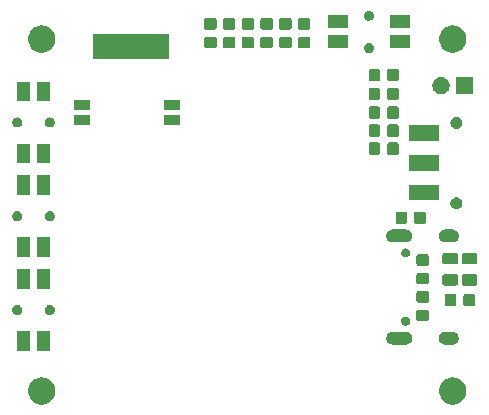
<source format=gbr>
G04 #@! TF.GenerationSoftware,KiCad,Pcbnew,(5.1.5)-2*
G04 #@! TF.CreationDate,2020-06-18T10:42:50+08:00*
G04 #@! TF.ProjectId,EVMeter_V2.0,45564d65-7465-4725-9f56-322e302e6b69,rev?*
G04 #@! TF.SameCoordinates,Original*
G04 #@! TF.FileFunction,Soldermask,Top*
G04 #@! TF.FilePolarity,Negative*
%FSLAX46Y46*%
G04 Gerber Fmt 4.6, Leading zero omitted, Abs format (unit mm)*
G04 Created by KiCad (PCBNEW (5.1.5)-2) date 2020-06-18 10:42:50*
%MOMM*%
%LPD*%
G04 APERTURE LIST*
%ADD10C,0.100000*%
G04 APERTURE END LIST*
D10*
G36*
X123253500Y-64198500D02*
G01*
X116903500Y-64198500D01*
X116903500Y-62166500D01*
X123253500Y-62166500D01*
X123253500Y-64198500D01*
G37*
X123253500Y-64198500D02*
X116903500Y-64198500D01*
X116903500Y-62166500D01*
X123253500Y-62166500D01*
X123253500Y-64198500D01*
G36*
X147624549Y-91271116D02*
G01*
X147735734Y-91293232D01*
X147945203Y-91379997D01*
X148133720Y-91505960D01*
X148294040Y-91666280D01*
X148420003Y-91854797D01*
X148506768Y-92064266D01*
X148551000Y-92286636D01*
X148551000Y-92513364D01*
X148506768Y-92735734D01*
X148420003Y-92945203D01*
X148294040Y-93133720D01*
X148133720Y-93294040D01*
X147945203Y-93420003D01*
X147735734Y-93506768D01*
X147624549Y-93528884D01*
X147513365Y-93551000D01*
X147286635Y-93551000D01*
X147175451Y-93528884D01*
X147064266Y-93506768D01*
X146854797Y-93420003D01*
X146666280Y-93294040D01*
X146505960Y-93133720D01*
X146379997Y-92945203D01*
X146293232Y-92735734D01*
X146249000Y-92513364D01*
X146249000Y-92286636D01*
X146293232Y-92064266D01*
X146379997Y-91854797D01*
X146505960Y-91666280D01*
X146666280Y-91505960D01*
X146854797Y-91379997D01*
X147064266Y-91293232D01*
X147175451Y-91271116D01*
X147286635Y-91249000D01*
X147513365Y-91249000D01*
X147624549Y-91271116D01*
G37*
G36*
X112824549Y-91271116D02*
G01*
X112935734Y-91293232D01*
X113145203Y-91379997D01*
X113333720Y-91505960D01*
X113494040Y-91666280D01*
X113620003Y-91854797D01*
X113706768Y-92064266D01*
X113751000Y-92286636D01*
X113751000Y-92513364D01*
X113706768Y-92735734D01*
X113620003Y-92945203D01*
X113494040Y-93133720D01*
X113333720Y-93294040D01*
X113145203Y-93420003D01*
X112935734Y-93506768D01*
X112824549Y-93528884D01*
X112713365Y-93551000D01*
X112486635Y-93551000D01*
X112375451Y-93528884D01*
X112264266Y-93506768D01*
X112054797Y-93420003D01*
X111866280Y-93294040D01*
X111705960Y-93133720D01*
X111579997Y-92945203D01*
X111493232Y-92735734D01*
X111449000Y-92513364D01*
X111449000Y-92286636D01*
X111493232Y-92064266D01*
X111579997Y-91854797D01*
X111705960Y-91666280D01*
X111866280Y-91505960D01*
X112054797Y-91379997D01*
X112264266Y-91293232D01*
X112375451Y-91271116D01*
X112486635Y-91249000D01*
X112713365Y-91249000D01*
X112824549Y-91271116D01*
G37*
G36*
X113301000Y-88989500D02*
G01*
X112199000Y-88989500D01*
X112199000Y-87337500D01*
X113301000Y-87337500D01*
X113301000Y-88989500D01*
G37*
G36*
X111601000Y-88989500D02*
G01*
X110499000Y-88989500D01*
X110499000Y-87337500D01*
X111601000Y-87337500D01*
X111601000Y-88989500D01*
G37*
G36*
X143528015Y-87376973D02*
G01*
X143631879Y-87408479D01*
X143659055Y-87423005D01*
X143727600Y-87459643D01*
X143811501Y-87528499D01*
X143880357Y-87612400D01*
X143916995Y-87680945D01*
X143931521Y-87708121D01*
X143963027Y-87811985D01*
X143973666Y-87920000D01*
X143963027Y-88028015D01*
X143931521Y-88131879D01*
X143931519Y-88131882D01*
X143880357Y-88227600D01*
X143811501Y-88311501D01*
X143727600Y-88380357D01*
X143659055Y-88416995D01*
X143631879Y-88431521D01*
X143528015Y-88463027D01*
X143447067Y-88471000D01*
X142292933Y-88471000D01*
X142211985Y-88463027D01*
X142108121Y-88431521D01*
X142080945Y-88416995D01*
X142012400Y-88380357D01*
X141928499Y-88311501D01*
X141859643Y-88227600D01*
X141808481Y-88131882D01*
X141808479Y-88131879D01*
X141776973Y-88028015D01*
X141766334Y-87920000D01*
X141776973Y-87811985D01*
X141808479Y-87708121D01*
X141823005Y-87680945D01*
X141859643Y-87612400D01*
X141928499Y-87528499D01*
X142012400Y-87459643D01*
X142080945Y-87423005D01*
X142108121Y-87408479D01*
X142211985Y-87376973D01*
X142292933Y-87369000D01*
X143447067Y-87369000D01*
X143528015Y-87376973D01*
G37*
G36*
X147458015Y-87376973D02*
G01*
X147561879Y-87408479D01*
X147589055Y-87423005D01*
X147657600Y-87459643D01*
X147741501Y-87528499D01*
X147810357Y-87612400D01*
X147846995Y-87680945D01*
X147861521Y-87708121D01*
X147893027Y-87811985D01*
X147903666Y-87920000D01*
X147893027Y-88028015D01*
X147861521Y-88131879D01*
X147861519Y-88131882D01*
X147810357Y-88227600D01*
X147741501Y-88311501D01*
X147657600Y-88380357D01*
X147589055Y-88416995D01*
X147561879Y-88431521D01*
X147458015Y-88463027D01*
X147377067Y-88471000D01*
X146722933Y-88471000D01*
X146641985Y-88463027D01*
X146538121Y-88431521D01*
X146510945Y-88416995D01*
X146442400Y-88380357D01*
X146358499Y-88311501D01*
X146289643Y-88227600D01*
X146238481Y-88131882D01*
X146238479Y-88131879D01*
X146206973Y-88028015D01*
X146196334Y-87920000D01*
X146206973Y-87811985D01*
X146238479Y-87708121D01*
X146253005Y-87680945D01*
X146289643Y-87612400D01*
X146358499Y-87528499D01*
X146442400Y-87459643D01*
X146510945Y-87423005D01*
X146538121Y-87408479D01*
X146641985Y-87376973D01*
X146722933Y-87369000D01*
X147377067Y-87369000D01*
X147458015Y-87376973D01*
G37*
G36*
X143509672Y-86128449D02*
G01*
X143509674Y-86128450D01*
X143509675Y-86128450D01*
X143578103Y-86156793D01*
X143639686Y-86197942D01*
X143692058Y-86250314D01*
X143733207Y-86311897D01*
X143747577Y-86346591D01*
X143761551Y-86380328D01*
X143767829Y-86411890D01*
X143776000Y-86452967D01*
X143776000Y-86527033D01*
X143761550Y-86599675D01*
X143733207Y-86668103D01*
X143692058Y-86729686D01*
X143639686Y-86782058D01*
X143578103Y-86823207D01*
X143509675Y-86851550D01*
X143509674Y-86851550D01*
X143509672Y-86851551D01*
X143437034Y-86866000D01*
X143362966Y-86866000D01*
X143290328Y-86851551D01*
X143290326Y-86851550D01*
X143290325Y-86851550D01*
X143221897Y-86823207D01*
X143160314Y-86782058D01*
X143107942Y-86729686D01*
X143066793Y-86668103D01*
X143038450Y-86599675D01*
X143024000Y-86527033D01*
X143024000Y-86452967D01*
X143032171Y-86411890D01*
X143038449Y-86380328D01*
X143052423Y-86346591D01*
X143066793Y-86311897D01*
X143107942Y-86250314D01*
X143160314Y-86197942D01*
X143221897Y-86156793D01*
X143290325Y-86128450D01*
X143290326Y-86128450D01*
X143290328Y-86128449D01*
X143362966Y-86114000D01*
X143437034Y-86114000D01*
X143509672Y-86128449D01*
G37*
G36*
X145223091Y-85520085D02*
G01*
X145257069Y-85530393D01*
X145288390Y-85547134D01*
X145315839Y-85569661D01*
X145338366Y-85597110D01*
X145355107Y-85628431D01*
X145365415Y-85662409D01*
X145369500Y-85703890D01*
X145369500Y-86305110D01*
X145365415Y-86346591D01*
X145355107Y-86380569D01*
X145338366Y-86411890D01*
X145315839Y-86439339D01*
X145288390Y-86461866D01*
X145257069Y-86478607D01*
X145223091Y-86488915D01*
X145181610Y-86493000D01*
X144505390Y-86493000D01*
X144463909Y-86488915D01*
X144429931Y-86478607D01*
X144398610Y-86461866D01*
X144371161Y-86439339D01*
X144348634Y-86411890D01*
X144331893Y-86380569D01*
X144321585Y-86346591D01*
X144317500Y-86305110D01*
X144317500Y-85703890D01*
X144321585Y-85662409D01*
X144331893Y-85628431D01*
X144348634Y-85597110D01*
X144371161Y-85569661D01*
X144398610Y-85547134D01*
X144429931Y-85530393D01*
X144463909Y-85520085D01*
X144505390Y-85516000D01*
X145181610Y-85516000D01*
X145223091Y-85520085D01*
G37*
G36*
X113399260Y-85128871D02*
G01*
X113433071Y-85142876D01*
X113476784Y-85160982D01*
X113476787Y-85160984D01*
X113546559Y-85207604D01*
X113605896Y-85266941D01*
X113605897Y-85266943D01*
X113652518Y-85336716D01*
X113670624Y-85380429D01*
X113684629Y-85414240D01*
X113701000Y-85496543D01*
X113701000Y-85580457D01*
X113684629Y-85662760D01*
X113670624Y-85696571D01*
X113652518Y-85740284D01*
X113652516Y-85740287D01*
X113605896Y-85810059D01*
X113546559Y-85869396D01*
X113476787Y-85916016D01*
X113476784Y-85916018D01*
X113433071Y-85934124D01*
X113399260Y-85948129D01*
X113316957Y-85964500D01*
X113233043Y-85964500D01*
X113150740Y-85948129D01*
X113116929Y-85934124D01*
X113073216Y-85916018D01*
X113073213Y-85916016D01*
X113003441Y-85869396D01*
X112944104Y-85810059D01*
X112897484Y-85740287D01*
X112897482Y-85740284D01*
X112879376Y-85696571D01*
X112865371Y-85662760D01*
X112849000Y-85580457D01*
X112849000Y-85496543D01*
X112865371Y-85414240D01*
X112879376Y-85380429D01*
X112897482Y-85336716D01*
X112944103Y-85266943D01*
X112944104Y-85266941D01*
X113003441Y-85207604D01*
X113073213Y-85160984D01*
X113073216Y-85160982D01*
X113116929Y-85142876D01*
X113150740Y-85128871D01*
X113233043Y-85112500D01*
X113316957Y-85112500D01*
X113399260Y-85128871D01*
G37*
G36*
X110649260Y-85128871D02*
G01*
X110683071Y-85142876D01*
X110726784Y-85160982D01*
X110726787Y-85160984D01*
X110796559Y-85207604D01*
X110855896Y-85266941D01*
X110855897Y-85266943D01*
X110902518Y-85336716D01*
X110920624Y-85380429D01*
X110934629Y-85414240D01*
X110951000Y-85496543D01*
X110951000Y-85580457D01*
X110934629Y-85662760D01*
X110920624Y-85696571D01*
X110902518Y-85740284D01*
X110902516Y-85740287D01*
X110855896Y-85810059D01*
X110796559Y-85869396D01*
X110726787Y-85916016D01*
X110726784Y-85916018D01*
X110683071Y-85934124D01*
X110649260Y-85948129D01*
X110566957Y-85964500D01*
X110483043Y-85964500D01*
X110400740Y-85948129D01*
X110366929Y-85934124D01*
X110323216Y-85916018D01*
X110323213Y-85916016D01*
X110253441Y-85869396D01*
X110194104Y-85810059D01*
X110147484Y-85740287D01*
X110147482Y-85740284D01*
X110129376Y-85696571D01*
X110115371Y-85662760D01*
X110099000Y-85580457D01*
X110099000Y-85496543D01*
X110115371Y-85414240D01*
X110129376Y-85380429D01*
X110147482Y-85336716D01*
X110194103Y-85266943D01*
X110194104Y-85266941D01*
X110253441Y-85207604D01*
X110323213Y-85160984D01*
X110323216Y-85160982D01*
X110366929Y-85142876D01*
X110400740Y-85128871D01*
X110483043Y-85112500D01*
X110566957Y-85112500D01*
X110649260Y-85128871D01*
G37*
G36*
X147554591Y-84178085D02*
G01*
X147588569Y-84188393D01*
X147619890Y-84205134D01*
X147647339Y-84227661D01*
X147669866Y-84255110D01*
X147686607Y-84286431D01*
X147696915Y-84320409D01*
X147701000Y-84361890D01*
X147701000Y-85038110D01*
X147696915Y-85079591D01*
X147686607Y-85113569D01*
X147669866Y-85144890D01*
X147647339Y-85172339D01*
X147619890Y-85194866D01*
X147588569Y-85211607D01*
X147554591Y-85221915D01*
X147513110Y-85226000D01*
X146911890Y-85226000D01*
X146870409Y-85221915D01*
X146836431Y-85211607D01*
X146805110Y-85194866D01*
X146777661Y-85172339D01*
X146755134Y-85144890D01*
X146738393Y-85113569D01*
X146728085Y-85079591D01*
X146724000Y-85038110D01*
X146724000Y-84361890D01*
X146728085Y-84320409D01*
X146738393Y-84286431D01*
X146755134Y-84255110D01*
X146777661Y-84227661D01*
X146805110Y-84205134D01*
X146836431Y-84188393D01*
X146870409Y-84178085D01*
X146911890Y-84174000D01*
X147513110Y-84174000D01*
X147554591Y-84178085D01*
G37*
G36*
X149129591Y-84178085D02*
G01*
X149163569Y-84188393D01*
X149194890Y-84205134D01*
X149222339Y-84227661D01*
X149244866Y-84255110D01*
X149261607Y-84286431D01*
X149271915Y-84320409D01*
X149276000Y-84361890D01*
X149276000Y-85038110D01*
X149271915Y-85079591D01*
X149261607Y-85113569D01*
X149244866Y-85144890D01*
X149222339Y-85172339D01*
X149194890Y-85194866D01*
X149163569Y-85211607D01*
X149129591Y-85221915D01*
X149088110Y-85226000D01*
X148486890Y-85226000D01*
X148445409Y-85221915D01*
X148411431Y-85211607D01*
X148380110Y-85194866D01*
X148352661Y-85172339D01*
X148330134Y-85144890D01*
X148313393Y-85113569D01*
X148303085Y-85079591D01*
X148299000Y-85038110D01*
X148299000Y-84361890D01*
X148303085Y-84320409D01*
X148313393Y-84286431D01*
X148330134Y-84255110D01*
X148352661Y-84227661D01*
X148380110Y-84205134D01*
X148411431Y-84188393D01*
X148445409Y-84178085D01*
X148486890Y-84174000D01*
X149088110Y-84174000D01*
X149129591Y-84178085D01*
G37*
G36*
X145223091Y-83945085D02*
G01*
X145257069Y-83955393D01*
X145288390Y-83972134D01*
X145315839Y-83994661D01*
X145338366Y-84022110D01*
X145355107Y-84053431D01*
X145365415Y-84087409D01*
X145369500Y-84128890D01*
X145369500Y-84730110D01*
X145365415Y-84771591D01*
X145355107Y-84805569D01*
X145338366Y-84836890D01*
X145315839Y-84864339D01*
X145288390Y-84886866D01*
X145257069Y-84903607D01*
X145223091Y-84913915D01*
X145181610Y-84918000D01*
X144505390Y-84918000D01*
X144463909Y-84913915D01*
X144429931Y-84903607D01*
X144398610Y-84886866D01*
X144371161Y-84864339D01*
X144348634Y-84836890D01*
X144331893Y-84805569D01*
X144321585Y-84771591D01*
X144317500Y-84730110D01*
X144317500Y-84128890D01*
X144321585Y-84087409D01*
X144331893Y-84053431D01*
X144348634Y-84022110D01*
X144371161Y-83994661D01*
X144398610Y-83972134D01*
X144429931Y-83955393D01*
X144463909Y-83945085D01*
X144505390Y-83941000D01*
X145181610Y-83941000D01*
X145223091Y-83945085D01*
G37*
G36*
X113301000Y-83739500D02*
G01*
X112199000Y-83739500D01*
X112199000Y-82087500D01*
X113301000Y-82087500D01*
X113301000Y-83739500D01*
G37*
G36*
X111601000Y-83739500D02*
G01*
X110499000Y-83739500D01*
X110499000Y-82087500D01*
X111601000Y-82087500D01*
X111601000Y-83739500D01*
G37*
G36*
X147709618Y-82527965D02*
G01*
X147742433Y-82537919D01*
X147772665Y-82554079D01*
X147799170Y-82575830D01*
X147820921Y-82602335D01*
X147837081Y-82632567D01*
X147847035Y-82665382D01*
X147851000Y-82705640D01*
X147851000Y-83294360D01*
X147847035Y-83334618D01*
X147837081Y-83367433D01*
X147820921Y-83397665D01*
X147799170Y-83424170D01*
X147772665Y-83445921D01*
X147742433Y-83462081D01*
X147709618Y-83472035D01*
X147669360Y-83476000D01*
X146705640Y-83476000D01*
X146665382Y-83472035D01*
X146632567Y-83462081D01*
X146602335Y-83445921D01*
X146575830Y-83424170D01*
X146554079Y-83397665D01*
X146537919Y-83367433D01*
X146527965Y-83334618D01*
X146524000Y-83294360D01*
X146524000Y-82705640D01*
X146527965Y-82665382D01*
X146537919Y-82632567D01*
X146554079Y-82602335D01*
X146575830Y-82575830D01*
X146602335Y-82554079D01*
X146632567Y-82537919D01*
X146665382Y-82527965D01*
X146705640Y-82524000D01*
X147669360Y-82524000D01*
X147709618Y-82527965D01*
G37*
G36*
X149334618Y-82527965D02*
G01*
X149367433Y-82537919D01*
X149397665Y-82554079D01*
X149424170Y-82575830D01*
X149445921Y-82602335D01*
X149462081Y-82632567D01*
X149472035Y-82665382D01*
X149476000Y-82705640D01*
X149476000Y-83294360D01*
X149472035Y-83334618D01*
X149462081Y-83367433D01*
X149445921Y-83397665D01*
X149424170Y-83424170D01*
X149397665Y-83445921D01*
X149367433Y-83462081D01*
X149334618Y-83472035D01*
X149294360Y-83476000D01*
X148330640Y-83476000D01*
X148290382Y-83472035D01*
X148257567Y-83462081D01*
X148227335Y-83445921D01*
X148200830Y-83424170D01*
X148179079Y-83397665D01*
X148162919Y-83367433D01*
X148152965Y-83334618D01*
X148149000Y-83294360D01*
X148149000Y-82705640D01*
X148152965Y-82665382D01*
X148162919Y-82632567D01*
X148179079Y-82602335D01*
X148200830Y-82575830D01*
X148227335Y-82554079D01*
X148257567Y-82537919D01*
X148290382Y-82527965D01*
X148330640Y-82524000D01*
X149294360Y-82524000D01*
X149334618Y-82527965D01*
G37*
G36*
X145223091Y-82403085D02*
G01*
X145257069Y-82413393D01*
X145288390Y-82430134D01*
X145315839Y-82452661D01*
X145338366Y-82480110D01*
X145355107Y-82511431D01*
X145365415Y-82545409D01*
X145369500Y-82586890D01*
X145369500Y-83188110D01*
X145365415Y-83229591D01*
X145355107Y-83263569D01*
X145338366Y-83294890D01*
X145315839Y-83322339D01*
X145288390Y-83344866D01*
X145257069Y-83361607D01*
X145223091Y-83371915D01*
X145181610Y-83376000D01*
X144505390Y-83376000D01*
X144463909Y-83371915D01*
X144429931Y-83361607D01*
X144398610Y-83344866D01*
X144371161Y-83322339D01*
X144348634Y-83294890D01*
X144331893Y-83263569D01*
X144321585Y-83229591D01*
X144317500Y-83188110D01*
X144317500Y-82586890D01*
X144321585Y-82545409D01*
X144331893Y-82511431D01*
X144348634Y-82480110D01*
X144371161Y-82452661D01*
X144398610Y-82430134D01*
X144429931Y-82413393D01*
X144463909Y-82403085D01*
X144505390Y-82399000D01*
X145181610Y-82399000D01*
X145223091Y-82403085D01*
G37*
G36*
X145223091Y-80828085D02*
G01*
X145257069Y-80838393D01*
X145288390Y-80855134D01*
X145315839Y-80877661D01*
X145338366Y-80905110D01*
X145355107Y-80936431D01*
X145365415Y-80970409D01*
X145369500Y-81011890D01*
X145369500Y-81613110D01*
X145365415Y-81654591D01*
X145355107Y-81688569D01*
X145338366Y-81719890D01*
X145315839Y-81747339D01*
X145288390Y-81769866D01*
X145257069Y-81786607D01*
X145223091Y-81796915D01*
X145181610Y-81801000D01*
X144505390Y-81801000D01*
X144463909Y-81796915D01*
X144429931Y-81786607D01*
X144398610Y-81769866D01*
X144371161Y-81747339D01*
X144348634Y-81719890D01*
X144331893Y-81688569D01*
X144321585Y-81654591D01*
X144317500Y-81613110D01*
X144317500Y-81011890D01*
X144321585Y-80970409D01*
X144331893Y-80936431D01*
X144348634Y-80905110D01*
X144371161Y-80877661D01*
X144398610Y-80855134D01*
X144429931Y-80838393D01*
X144463909Y-80828085D01*
X144505390Y-80824000D01*
X145181610Y-80824000D01*
X145223091Y-80828085D01*
G37*
G36*
X149334618Y-80727965D02*
G01*
X149367433Y-80737919D01*
X149397665Y-80754079D01*
X149424170Y-80775830D01*
X149445921Y-80802335D01*
X149462081Y-80832567D01*
X149472035Y-80865382D01*
X149476000Y-80905640D01*
X149476000Y-81494360D01*
X149472035Y-81534618D01*
X149462081Y-81567433D01*
X149445921Y-81597665D01*
X149424170Y-81624170D01*
X149397665Y-81645921D01*
X149367433Y-81662081D01*
X149334618Y-81672035D01*
X149294360Y-81676000D01*
X148330640Y-81676000D01*
X148290382Y-81672035D01*
X148257567Y-81662081D01*
X148227335Y-81645921D01*
X148200830Y-81624170D01*
X148179079Y-81597665D01*
X148162919Y-81567433D01*
X148152965Y-81534618D01*
X148149000Y-81494360D01*
X148149000Y-80905640D01*
X148152965Y-80865382D01*
X148162919Y-80832567D01*
X148179079Y-80802335D01*
X148200830Y-80775830D01*
X148227335Y-80754079D01*
X148257567Y-80737919D01*
X148290382Y-80727965D01*
X148330640Y-80724000D01*
X149294360Y-80724000D01*
X149334618Y-80727965D01*
G37*
G36*
X147709618Y-80727965D02*
G01*
X147742433Y-80737919D01*
X147772665Y-80754079D01*
X147799170Y-80775830D01*
X147820921Y-80802335D01*
X147837081Y-80832567D01*
X147847035Y-80865382D01*
X147851000Y-80905640D01*
X147851000Y-81494360D01*
X147847035Y-81534618D01*
X147837081Y-81567433D01*
X147820921Y-81597665D01*
X147799170Y-81624170D01*
X147772665Y-81645921D01*
X147742433Y-81662081D01*
X147709618Y-81672035D01*
X147669360Y-81676000D01*
X146705640Y-81676000D01*
X146665382Y-81672035D01*
X146632567Y-81662081D01*
X146602335Y-81645921D01*
X146575830Y-81624170D01*
X146554079Y-81597665D01*
X146537919Y-81567433D01*
X146527965Y-81534618D01*
X146524000Y-81494360D01*
X146524000Y-80905640D01*
X146527965Y-80865382D01*
X146537919Y-80832567D01*
X146554079Y-80802335D01*
X146575830Y-80775830D01*
X146602335Y-80754079D01*
X146632567Y-80737919D01*
X146665382Y-80727965D01*
X146705640Y-80724000D01*
X147669360Y-80724000D01*
X147709618Y-80727965D01*
G37*
G36*
X143509672Y-80348449D02*
G01*
X143509674Y-80348450D01*
X143509675Y-80348450D01*
X143578103Y-80376793D01*
X143639686Y-80417942D01*
X143692058Y-80470314D01*
X143733207Y-80531897D01*
X143761550Y-80600325D01*
X143761551Y-80600328D01*
X143776000Y-80672966D01*
X143776000Y-80747034D01*
X143765000Y-80802335D01*
X143761550Y-80819675D01*
X143733207Y-80888103D01*
X143692058Y-80949686D01*
X143639686Y-81002058D01*
X143578103Y-81043207D01*
X143509675Y-81071550D01*
X143509674Y-81071550D01*
X143509672Y-81071551D01*
X143437034Y-81086000D01*
X143362966Y-81086000D01*
X143290328Y-81071551D01*
X143290326Y-81071550D01*
X143290325Y-81071550D01*
X143221897Y-81043207D01*
X143160314Y-81002058D01*
X143107942Y-80949686D01*
X143066793Y-80888103D01*
X143038450Y-80819675D01*
X143035001Y-80802335D01*
X143024000Y-80747034D01*
X143024000Y-80672966D01*
X143038449Y-80600328D01*
X143038450Y-80600325D01*
X143066793Y-80531897D01*
X143107942Y-80470314D01*
X143160314Y-80417942D01*
X143221897Y-80376793D01*
X143290325Y-80348450D01*
X143290326Y-80348450D01*
X143290328Y-80348449D01*
X143362966Y-80334000D01*
X143437034Y-80334000D01*
X143509672Y-80348449D01*
G37*
G36*
X113301000Y-81051000D02*
G01*
X112199000Y-81051000D01*
X112199000Y-79399000D01*
X113301000Y-79399000D01*
X113301000Y-81051000D01*
G37*
G36*
X111601000Y-81051000D02*
G01*
X110499000Y-81051000D01*
X110499000Y-79399000D01*
X111601000Y-79399000D01*
X111601000Y-81051000D01*
G37*
G36*
X147458015Y-78736973D02*
G01*
X147561879Y-78768479D01*
X147589055Y-78783005D01*
X147657600Y-78819643D01*
X147741501Y-78888499D01*
X147810357Y-78972400D01*
X147846995Y-79040945D01*
X147861521Y-79068121D01*
X147893027Y-79171985D01*
X147903666Y-79280000D01*
X147893027Y-79388015D01*
X147861521Y-79491879D01*
X147861519Y-79491882D01*
X147810357Y-79587600D01*
X147741501Y-79671501D01*
X147657600Y-79740357D01*
X147589055Y-79776995D01*
X147561879Y-79791521D01*
X147458015Y-79823027D01*
X147377067Y-79831000D01*
X146722933Y-79831000D01*
X146641985Y-79823027D01*
X146538121Y-79791521D01*
X146510945Y-79776995D01*
X146442400Y-79740357D01*
X146358499Y-79671501D01*
X146289643Y-79587600D01*
X146238481Y-79491882D01*
X146238479Y-79491879D01*
X146206973Y-79388015D01*
X146196334Y-79280000D01*
X146206973Y-79171985D01*
X146238479Y-79068121D01*
X146253005Y-79040945D01*
X146289643Y-78972400D01*
X146358499Y-78888499D01*
X146442400Y-78819643D01*
X146510945Y-78783005D01*
X146538121Y-78768479D01*
X146641985Y-78736973D01*
X146722933Y-78729000D01*
X147377067Y-78729000D01*
X147458015Y-78736973D01*
G37*
G36*
X143528015Y-78736973D02*
G01*
X143631879Y-78768479D01*
X143659055Y-78783005D01*
X143727600Y-78819643D01*
X143811501Y-78888499D01*
X143880357Y-78972400D01*
X143916995Y-79040945D01*
X143931521Y-79068121D01*
X143963027Y-79171985D01*
X143973666Y-79280000D01*
X143963027Y-79388015D01*
X143931521Y-79491879D01*
X143931519Y-79491882D01*
X143880357Y-79587600D01*
X143811501Y-79671501D01*
X143727600Y-79740357D01*
X143659055Y-79776995D01*
X143631879Y-79791521D01*
X143528015Y-79823027D01*
X143447067Y-79831000D01*
X142292933Y-79831000D01*
X142211985Y-79823027D01*
X142108121Y-79791521D01*
X142080945Y-79776995D01*
X142012400Y-79740357D01*
X141928499Y-79671501D01*
X141859643Y-79587600D01*
X141808481Y-79491882D01*
X141808479Y-79491879D01*
X141776973Y-79388015D01*
X141766334Y-79280000D01*
X141776973Y-79171985D01*
X141808479Y-79068121D01*
X141823005Y-79040945D01*
X141859643Y-78972400D01*
X141928499Y-78888499D01*
X142012400Y-78819643D01*
X142080945Y-78783005D01*
X142108121Y-78768479D01*
X142211985Y-78736973D01*
X142292933Y-78729000D01*
X143447067Y-78729000D01*
X143528015Y-78736973D01*
G37*
G36*
X143380091Y-77214585D02*
G01*
X143414069Y-77224893D01*
X143445390Y-77241634D01*
X143472839Y-77264161D01*
X143495366Y-77291610D01*
X143512107Y-77322931D01*
X143522415Y-77356909D01*
X143526500Y-77398390D01*
X143526500Y-78074610D01*
X143522415Y-78116091D01*
X143512107Y-78150069D01*
X143495366Y-78181390D01*
X143472839Y-78208839D01*
X143445390Y-78231366D01*
X143414069Y-78248107D01*
X143380091Y-78258415D01*
X143338610Y-78262500D01*
X142737390Y-78262500D01*
X142695909Y-78258415D01*
X142661931Y-78248107D01*
X142630610Y-78231366D01*
X142603161Y-78208839D01*
X142580634Y-78181390D01*
X142563893Y-78150069D01*
X142553585Y-78116091D01*
X142549500Y-78074610D01*
X142549500Y-77398390D01*
X142553585Y-77356909D01*
X142563893Y-77322931D01*
X142580634Y-77291610D01*
X142603161Y-77264161D01*
X142630610Y-77241634D01*
X142661931Y-77224893D01*
X142695909Y-77214585D01*
X142737390Y-77210500D01*
X143338610Y-77210500D01*
X143380091Y-77214585D01*
G37*
G36*
X144955091Y-77214585D02*
G01*
X144989069Y-77224893D01*
X145020390Y-77241634D01*
X145047839Y-77264161D01*
X145070366Y-77291610D01*
X145087107Y-77322931D01*
X145097415Y-77356909D01*
X145101500Y-77398390D01*
X145101500Y-78074610D01*
X145097415Y-78116091D01*
X145087107Y-78150069D01*
X145070366Y-78181390D01*
X145047839Y-78208839D01*
X145020390Y-78231366D01*
X144989069Y-78248107D01*
X144955091Y-78258415D01*
X144913610Y-78262500D01*
X144312390Y-78262500D01*
X144270909Y-78258415D01*
X144236931Y-78248107D01*
X144205610Y-78231366D01*
X144178161Y-78208839D01*
X144155634Y-78181390D01*
X144138893Y-78150069D01*
X144128585Y-78116091D01*
X144124500Y-78074610D01*
X144124500Y-77398390D01*
X144128585Y-77356909D01*
X144138893Y-77322931D01*
X144155634Y-77291610D01*
X144178161Y-77264161D01*
X144205610Y-77241634D01*
X144236931Y-77224893D01*
X144270909Y-77214585D01*
X144312390Y-77210500D01*
X144913610Y-77210500D01*
X144955091Y-77214585D01*
G37*
G36*
X113399260Y-77190371D02*
G01*
X113433071Y-77204376D01*
X113476784Y-77222482D01*
X113476787Y-77222484D01*
X113546559Y-77269104D01*
X113605896Y-77328441D01*
X113627838Y-77361280D01*
X113652518Y-77398216D01*
X113656197Y-77407099D01*
X113684629Y-77475740D01*
X113701000Y-77558043D01*
X113701000Y-77641957D01*
X113684629Y-77724260D01*
X113670624Y-77758071D01*
X113652518Y-77801784D01*
X113652516Y-77801787D01*
X113605896Y-77871559D01*
X113546559Y-77930896D01*
X113476787Y-77977516D01*
X113476784Y-77977518D01*
X113433071Y-77995624D01*
X113399260Y-78009629D01*
X113316957Y-78026000D01*
X113233043Y-78026000D01*
X113150740Y-78009629D01*
X113116929Y-77995624D01*
X113073216Y-77977518D01*
X113073213Y-77977516D01*
X113003441Y-77930896D01*
X112944104Y-77871559D01*
X112897484Y-77801787D01*
X112897482Y-77801784D01*
X112879376Y-77758071D01*
X112865371Y-77724260D01*
X112849000Y-77641957D01*
X112849000Y-77558043D01*
X112865371Y-77475740D01*
X112893803Y-77407099D01*
X112897482Y-77398216D01*
X112922162Y-77361280D01*
X112944104Y-77328441D01*
X113003441Y-77269104D01*
X113073213Y-77222484D01*
X113073216Y-77222482D01*
X113116929Y-77204376D01*
X113150740Y-77190371D01*
X113233043Y-77174000D01*
X113316957Y-77174000D01*
X113399260Y-77190371D01*
G37*
G36*
X110649260Y-77190371D02*
G01*
X110683071Y-77204376D01*
X110726784Y-77222482D01*
X110726787Y-77222484D01*
X110796559Y-77269104D01*
X110855896Y-77328441D01*
X110877838Y-77361280D01*
X110902518Y-77398216D01*
X110906197Y-77407099D01*
X110934629Y-77475740D01*
X110951000Y-77558043D01*
X110951000Y-77641957D01*
X110934629Y-77724260D01*
X110920624Y-77758071D01*
X110902518Y-77801784D01*
X110902516Y-77801787D01*
X110855896Y-77871559D01*
X110796559Y-77930896D01*
X110726787Y-77977516D01*
X110726784Y-77977518D01*
X110683071Y-77995624D01*
X110649260Y-78009629D01*
X110566957Y-78026000D01*
X110483043Y-78026000D01*
X110400740Y-78009629D01*
X110366929Y-77995624D01*
X110323216Y-77977518D01*
X110323213Y-77977516D01*
X110253441Y-77930896D01*
X110194104Y-77871559D01*
X110147484Y-77801787D01*
X110147482Y-77801784D01*
X110129376Y-77758071D01*
X110115371Y-77724260D01*
X110099000Y-77641957D01*
X110099000Y-77558043D01*
X110115371Y-77475740D01*
X110143803Y-77407099D01*
X110147482Y-77398216D01*
X110172162Y-77361280D01*
X110194104Y-77328441D01*
X110253441Y-77269104D01*
X110323213Y-77222484D01*
X110323216Y-77222482D01*
X110366929Y-77204376D01*
X110400740Y-77190371D01*
X110483043Y-77174000D01*
X110566957Y-77174000D01*
X110649260Y-77190371D01*
G37*
G36*
X147797740Y-76008626D02*
G01*
X147846136Y-76018253D01*
X147883902Y-76033896D01*
X147937311Y-76056019D01*
X147937312Y-76056020D01*
X148019369Y-76110848D01*
X148089152Y-76180631D01*
X148089153Y-76180633D01*
X148143981Y-76262689D01*
X148181747Y-76353865D01*
X148201000Y-76450655D01*
X148201000Y-76549345D01*
X148181747Y-76646135D01*
X148143981Y-76737311D01*
X148143980Y-76737312D01*
X148089152Y-76819369D01*
X148019369Y-76889152D01*
X147978062Y-76916752D01*
X147937311Y-76943981D01*
X147883902Y-76966104D01*
X147846136Y-76981747D01*
X147797740Y-76991373D01*
X147749345Y-77001000D01*
X147650655Y-77001000D01*
X147602260Y-76991373D01*
X147553864Y-76981747D01*
X147516098Y-76966104D01*
X147462689Y-76943981D01*
X147421938Y-76916752D01*
X147380631Y-76889152D01*
X147310848Y-76819369D01*
X147256020Y-76737312D01*
X147256019Y-76737311D01*
X147218253Y-76646135D01*
X147199000Y-76549345D01*
X147199000Y-76450655D01*
X147218253Y-76353865D01*
X147256019Y-76262689D01*
X147310847Y-76180633D01*
X147310848Y-76180631D01*
X147380631Y-76110848D01*
X147462688Y-76056020D01*
X147462689Y-76056019D01*
X147516098Y-76033896D01*
X147553864Y-76018253D01*
X147602260Y-76008626D01*
X147650655Y-75999000D01*
X147749345Y-75999000D01*
X147797740Y-76008626D01*
G37*
G36*
X146251000Y-76276000D02*
G01*
X143649000Y-76276000D01*
X143649000Y-74924000D01*
X146251000Y-74924000D01*
X146251000Y-76276000D01*
G37*
G36*
X113301000Y-75801000D02*
G01*
X112199000Y-75801000D01*
X112199000Y-74149000D01*
X113301000Y-74149000D01*
X113301000Y-75801000D01*
G37*
G36*
X111601000Y-75801000D02*
G01*
X110499000Y-75801000D01*
X110499000Y-74149000D01*
X111601000Y-74149000D01*
X111601000Y-75801000D01*
G37*
G36*
X146251000Y-73776000D02*
G01*
X143649000Y-73776000D01*
X143649000Y-72424000D01*
X146251000Y-72424000D01*
X146251000Y-73776000D01*
G37*
G36*
X113301000Y-73112500D02*
G01*
X112199000Y-73112500D01*
X112199000Y-71460500D01*
X113301000Y-71460500D01*
X113301000Y-73112500D01*
G37*
G36*
X111601000Y-73112500D02*
G01*
X110499000Y-73112500D01*
X110499000Y-71460500D01*
X111601000Y-71460500D01*
X111601000Y-73112500D01*
G37*
G36*
X142671091Y-71360085D02*
G01*
X142705069Y-71370393D01*
X142736390Y-71387134D01*
X142763839Y-71409661D01*
X142786366Y-71437110D01*
X142803107Y-71468431D01*
X142813415Y-71502409D01*
X142817500Y-71543890D01*
X142817500Y-72220110D01*
X142813415Y-72261591D01*
X142803107Y-72295569D01*
X142786366Y-72326890D01*
X142763839Y-72354339D01*
X142736390Y-72376866D01*
X142705069Y-72393607D01*
X142671091Y-72403915D01*
X142629610Y-72408000D01*
X142028390Y-72408000D01*
X141986909Y-72403915D01*
X141952931Y-72393607D01*
X141921610Y-72376866D01*
X141894161Y-72354339D01*
X141871634Y-72326890D01*
X141854893Y-72295569D01*
X141844585Y-72261591D01*
X141840500Y-72220110D01*
X141840500Y-71543890D01*
X141844585Y-71502409D01*
X141854893Y-71468431D01*
X141871634Y-71437110D01*
X141894161Y-71409661D01*
X141921610Y-71387134D01*
X141952931Y-71370393D01*
X141986909Y-71360085D01*
X142028390Y-71356000D01*
X142629610Y-71356000D01*
X142671091Y-71360085D01*
G37*
G36*
X141096091Y-71360085D02*
G01*
X141130069Y-71370393D01*
X141161390Y-71387134D01*
X141188839Y-71409661D01*
X141211366Y-71437110D01*
X141228107Y-71468431D01*
X141238415Y-71502409D01*
X141242500Y-71543890D01*
X141242500Y-72220110D01*
X141238415Y-72261591D01*
X141228107Y-72295569D01*
X141211366Y-72326890D01*
X141188839Y-72354339D01*
X141161390Y-72376866D01*
X141130069Y-72393607D01*
X141096091Y-72403915D01*
X141054610Y-72408000D01*
X140453390Y-72408000D01*
X140411909Y-72403915D01*
X140377931Y-72393607D01*
X140346610Y-72376866D01*
X140319161Y-72354339D01*
X140296634Y-72326890D01*
X140279893Y-72295569D01*
X140269585Y-72261591D01*
X140265500Y-72220110D01*
X140265500Y-71543890D01*
X140269585Y-71502409D01*
X140279893Y-71468431D01*
X140296634Y-71437110D01*
X140319161Y-71409661D01*
X140346610Y-71387134D01*
X140377931Y-71370393D01*
X140411909Y-71360085D01*
X140453390Y-71356000D01*
X141054610Y-71356000D01*
X141096091Y-71360085D01*
G37*
G36*
X146251000Y-71276000D02*
G01*
X143649000Y-71276000D01*
X143649000Y-69924000D01*
X146251000Y-69924000D01*
X146251000Y-71276000D01*
G37*
G36*
X142671091Y-69836085D02*
G01*
X142705069Y-69846393D01*
X142736390Y-69863134D01*
X142763839Y-69885661D01*
X142786366Y-69913110D01*
X142803107Y-69944431D01*
X142813415Y-69978409D01*
X142817500Y-70019890D01*
X142817500Y-70696110D01*
X142813415Y-70737591D01*
X142803107Y-70771569D01*
X142786366Y-70802890D01*
X142763839Y-70830339D01*
X142736390Y-70852866D01*
X142705069Y-70869607D01*
X142671091Y-70879915D01*
X142629610Y-70884000D01*
X142028390Y-70884000D01*
X141986909Y-70879915D01*
X141952931Y-70869607D01*
X141921610Y-70852866D01*
X141894161Y-70830339D01*
X141871634Y-70802890D01*
X141854893Y-70771569D01*
X141844585Y-70737591D01*
X141840500Y-70696110D01*
X141840500Y-70019890D01*
X141844585Y-69978409D01*
X141854893Y-69944431D01*
X141871634Y-69913110D01*
X141894161Y-69885661D01*
X141921610Y-69863134D01*
X141952931Y-69846393D01*
X141986909Y-69836085D01*
X142028390Y-69832000D01*
X142629610Y-69832000D01*
X142671091Y-69836085D01*
G37*
G36*
X141096091Y-69836085D02*
G01*
X141130069Y-69846393D01*
X141161390Y-69863134D01*
X141188839Y-69885661D01*
X141211366Y-69913110D01*
X141228107Y-69944431D01*
X141238415Y-69978409D01*
X141242500Y-70019890D01*
X141242500Y-70696110D01*
X141238415Y-70737591D01*
X141228107Y-70771569D01*
X141211366Y-70802890D01*
X141188839Y-70830339D01*
X141161390Y-70852866D01*
X141130069Y-70869607D01*
X141096091Y-70879915D01*
X141054610Y-70884000D01*
X140453390Y-70884000D01*
X140411909Y-70879915D01*
X140377931Y-70869607D01*
X140346610Y-70852866D01*
X140319161Y-70830339D01*
X140296634Y-70802890D01*
X140279893Y-70771569D01*
X140269585Y-70737591D01*
X140265500Y-70696110D01*
X140265500Y-70019890D01*
X140269585Y-69978409D01*
X140279893Y-69944431D01*
X140296634Y-69913110D01*
X140319161Y-69885661D01*
X140346610Y-69863134D01*
X140377931Y-69846393D01*
X140411909Y-69836085D01*
X140453390Y-69832000D01*
X141054610Y-69832000D01*
X141096091Y-69836085D01*
G37*
G36*
X147797740Y-69208626D02*
G01*
X147846136Y-69218253D01*
X147883902Y-69233896D01*
X147937311Y-69256019D01*
X147937312Y-69256020D01*
X148019369Y-69310848D01*
X148089152Y-69380631D01*
X148095374Y-69389943D01*
X148143981Y-69462689D01*
X148166104Y-69516098D01*
X148174861Y-69537239D01*
X148181747Y-69553865D01*
X148201000Y-69650655D01*
X148201000Y-69749345D01*
X148193756Y-69785761D01*
X148181747Y-69846136D01*
X148170551Y-69873164D01*
X148143981Y-69937311D01*
X148116752Y-69978062D01*
X148089152Y-70019369D01*
X148019369Y-70089152D01*
X147978062Y-70116752D01*
X147937311Y-70143981D01*
X147883902Y-70166104D01*
X147846136Y-70181747D01*
X147797740Y-70191374D01*
X147749345Y-70201000D01*
X147650655Y-70201000D01*
X147602260Y-70191374D01*
X147553864Y-70181747D01*
X147516098Y-70166104D01*
X147462689Y-70143981D01*
X147421938Y-70116752D01*
X147380631Y-70089152D01*
X147310848Y-70019369D01*
X147283248Y-69978062D01*
X147256019Y-69937311D01*
X147229449Y-69873164D01*
X147218253Y-69846136D01*
X147206244Y-69785761D01*
X147199000Y-69749345D01*
X147199000Y-69650655D01*
X147218253Y-69553865D01*
X147225140Y-69537239D01*
X147233896Y-69516098D01*
X147256019Y-69462689D01*
X147304626Y-69389943D01*
X147310848Y-69380631D01*
X147380631Y-69310848D01*
X147462688Y-69256020D01*
X147462689Y-69256019D01*
X147516098Y-69233896D01*
X147553864Y-69218253D01*
X147602260Y-69208626D01*
X147650655Y-69199000D01*
X147749345Y-69199000D01*
X147797740Y-69208626D01*
G37*
G36*
X113399260Y-69251871D02*
G01*
X113433071Y-69265876D01*
X113476784Y-69283982D01*
X113476787Y-69283984D01*
X113546559Y-69330604D01*
X113605896Y-69389941D01*
X113605897Y-69389943D01*
X113652518Y-69459716D01*
X113653749Y-69462689D01*
X113684629Y-69537240D01*
X113701000Y-69619543D01*
X113701000Y-69703457D01*
X113684629Y-69785760D01*
X113670624Y-69819571D01*
X113652518Y-69863284D01*
X113652516Y-69863287D01*
X113605896Y-69933059D01*
X113546559Y-69992396D01*
X113506194Y-70019367D01*
X113476784Y-70039018D01*
X113433071Y-70057124D01*
X113399260Y-70071129D01*
X113316957Y-70087500D01*
X113233043Y-70087500D01*
X113150740Y-70071129D01*
X113116929Y-70057124D01*
X113073216Y-70039018D01*
X113043806Y-70019367D01*
X113003441Y-69992396D01*
X112944104Y-69933059D01*
X112897484Y-69863287D01*
X112897482Y-69863284D01*
X112879376Y-69819571D01*
X112865371Y-69785760D01*
X112849000Y-69703457D01*
X112849000Y-69619543D01*
X112865371Y-69537240D01*
X112896251Y-69462689D01*
X112897482Y-69459716D01*
X112944103Y-69389943D01*
X112944104Y-69389941D01*
X113003441Y-69330604D01*
X113073213Y-69283984D01*
X113073216Y-69283982D01*
X113116929Y-69265876D01*
X113150740Y-69251871D01*
X113233043Y-69235500D01*
X113316957Y-69235500D01*
X113399260Y-69251871D01*
G37*
G36*
X110649260Y-69251871D02*
G01*
X110683071Y-69265876D01*
X110726784Y-69283982D01*
X110726787Y-69283984D01*
X110796559Y-69330604D01*
X110855896Y-69389941D01*
X110855897Y-69389943D01*
X110902518Y-69459716D01*
X110903749Y-69462689D01*
X110934629Y-69537240D01*
X110951000Y-69619543D01*
X110951000Y-69703457D01*
X110934629Y-69785760D01*
X110920624Y-69819571D01*
X110902518Y-69863284D01*
X110902516Y-69863287D01*
X110855896Y-69933059D01*
X110796559Y-69992396D01*
X110756194Y-70019367D01*
X110726784Y-70039018D01*
X110683071Y-70057124D01*
X110649260Y-70071129D01*
X110566957Y-70087500D01*
X110483043Y-70087500D01*
X110400740Y-70071129D01*
X110366929Y-70057124D01*
X110323216Y-70039018D01*
X110293806Y-70019367D01*
X110253441Y-69992396D01*
X110194104Y-69933059D01*
X110147484Y-69863287D01*
X110147482Y-69863284D01*
X110129376Y-69819571D01*
X110115371Y-69785760D01*
X110099000Y-69703457D01*
X110099000Y-69619543D01*
X110115371Y-69537240D01*
X110146251Y-69462689D01*
X110147482Y-69459716D01*
X110194103Y-69389943D01*
X110194104Y-69389941D01*
X110253441Y-69330604D01*
X110323213Y-69283984D01*
X110323216Y-69283982D01*
X110366929Y-69265876D01*
X110400740Y-69251871D01*
X110483043Y-69235500D01*
X110566957Y-69235500D01*
X110649260Y-69251871D01*
G37*
G36*
X116700500Y-69900000D02*
G01*
X115328500Y-69900000D01*
X115328500Y-69038000D01*
X116700500Y-69038000D01*
X116700500Y-69900000D01*
G37*
G36*
X124320500Y-69900000D02*
G01*
X122948500Y-69900000D01*
X122948500Y-69038000D01*
X124320500Y-69038000D01*
X124320500Y-69900000D01*
G37*
G36*
X142671091Y-68312085D02*
G01*
X142705069Y-68322393D01*
X142736390Y-68339134D01*
X142763839Y-68361661D01*
X142786366Y-68389110D01*
X142803107Y-68420431D01*
X142813415Y-68454409D01*
X142817500Y-68495890D01*
X142817500Y-69172110D01*
X142813415Y-69213591D01*
X142803107Y-69247569D01*
X142786366Y-69278890D01*
X142763839Y-69306339D01*
X142736390Y-69328866D01*
X142705069Y-69345607D01*
X142671091Y-69355915D01*
X142629610Y-69360000D01*
X142028390Y-69360000D01*
X141986909Y-69355915D01*
X141952931Y-69345607D01*
X141921610Y-69328866D01*
X141894161Y-69306339D01*
X141871634Y-69278890D01*
X141854893Y-69247569D01*
X141844585Y-69213591D01*
X141840500Y-69172110D01*
X141840500Y-68495890D01*
X141844585Y-68454409D01*
X141854893Y-68420431D01*
X141871634Y-68389110D01*
X141894161Y-68361661D01*
X141921610Y-68339134D01*
X141952931Y-68322393D01*
X141986909Y-68312085D01*
X142028390Y-68308000D01*
X142629610Y-68308000D01*
X142671091Y-68312085D01*
G37*
G36*
X141096091Y-68312085D02*
G01*
X141130069Y-68322393D01*
X141161390Y-68339134D01*
X141188839Y-68361661D01*
X141211366Y-68389110D01*
X141228107Y-68420431D01*
X141238415Y-68454409D01*
X141242500Y-68495890D01*
X141242500Y-69172110D01*
X141238415Y-69213591D01*
X141228107Y-69247569D01*
X141211366Y-69278890D01*
X141188839Y-69306339D01*
X141161390Y-69328866D01*
X141130069Y-69345607D01*
X141096091Y-69355915D01*
X141054610Y-69360000D01*
X140453390Y-69360000D01*
X140411909Y-69355915D01*
X140377931Y-69345607D01*
X140346610Y-69328866D01*
X140319161Y-69306339D01*
X140296634Y-69278890D01*
X140279893Y-69247569D01*
X140269585Y-69213591D01*
X140265500Y-69172110D01*
X140265500Y-68495890D01*
X140269585Y-68454409D01*
X140279893Y-68420431D01*
X140296634Y-68389110D01*
X140319161Y-68361661D01*
X140346610Y-68339134D01*
X140377931Y-68322393D01*
X140411909Y-68312085D01*
X140453390Y-68308000D01*
X141054610Y-68308000D01*
X141096091Y-68312085D01*
G37*
G36*
X116700500Y-68630000D02*
G01*
X115328500Y-68630000D01*
X115328500Y-67768000D01*
X116700500Y-67768000D01*
X116700500Y-68630000D01*
G37*
G36*
X124320500Y-68630000D02*
G01*
X122948500Y-68630000D01*
X122948500Y-67768000D01*
X124320500Y-67768000D01*
X124320500Y-68630000D01*
G37*
G36*
X111601000Y-67862500D02*
G01*
X110499000Y-67862500D01*
X110499000Y-66210500D01*
X111601000Y-66210500D01*
X111601000Y-67862500D01*
G37*
G36*
X113301000Y-67862500D02*
G01*
X112199000Y-67862500D01*
X112199000Y-66210500D01*
X113301000Y-66210500D01*
X113301000Y-67862500D01*
G37*
G36*
X141096091Y-66724585D02*
G01*
X141130069Y-66734893D01*
X141161390Y-66751634D01*
X141188839Y-66774161D01*
X141211366Y-66801610D01*
X141228107Y-66832931D01*
X141238415Y-66866909D01*
X141242500Y-66908390D01*
X141242500Y-67584610D01*
X141238415Y-67626091D01*
X141228107Y-67660069D01*
X141211366Y-67691390D01*
X141188839Y-67718839D01*
X141161390Y-67741366D01*
X141130069Y-67758107D01*
X141096091Y-67768415D01*
X141054610Y-67772500D01*
X140453390Y-67772500D01*
X140411909Y-67768415D01*
X140377931Y-67758107D01*
X140346610Y-67741366D01*
X140319161Y-67718839D01*
X140296634Y-67691390D01*
X140279893Y-67660069D01*
X140269585Y-67626091D01*
X140265500Y-67584610D01*
X140265500Y-66908390D01*
X140269585Y-66866909D01*
X140279893Y-66832931D01*
X140296634Y-66801610D01*
X140319161Y-66774161D01*
X140346610Y-66751634D01*
X140377931Y-66734893D01*
X140411909Y-66724585D01*
X140453390Y-66720500D01*
X141054610Y-66720500D01*
X141096091Y-66724585D01*
G37*
G36*
X142671091Y-66724585D02*
G01*
X142705069Y-66734893D01*
X142736390Y-66751634D01*
X142763839Y-66774161D01*
X142786366Y-66801610D01*
X142803107Y-66832931D01*
X142813415Y-66866909D01*
X142817500Y-66908390D01*
X142817500Y-67584610D01*
X142813415Y-67626091D01*
X142803107Y-67660069D01*
X142786366Y-67691390D01*
X142763839Y-67718839D01*
X142736390Y-67741366D01*
X142705069Y-67758107D01*
X142671091Y-67768415D01*
X142629610Y-67772500D01*
X142028390Y-67772500D01*
X141986909Y-67768415D01*
X141952931Y-67758107D01*
X141921610Y-67741366D01*
X141894161Y-67718839D01*
X141871634Y-67691390D01*
X141854893Y-67660069D01*
X141844585Y-67626091D01*
X141840500Y-67584610D01*
X141840500Y-66908390D01*
X141844585Y-66866909D01*
X141854893Y-66832931D01*
X141871634Y-66801610D01*
X141894161Y-66774161D01*
X141921610Y-66751634D01*
X141952931Y-66734893D01*
X141986909Y-66724585D01*
X142028390Y-66720500D01*
X142629610Y-66720500D01*
X142671091Y-66724585D01*
G37*
G36*
X146611266Y-65849899D02*
G01*
X146743388Y-65904626D01*
X146743390Y-65904627D01*
X146862298Y-65984079D01*
X146963421Y-66085202D01*
X147030104Y-66185000D01*
X147042874Y-66204112D01*
X147097601Y-66336234D01*
X147125500Y-66476494D01*
X147125500Y-66619506D01*
X147097601Y-66759766D01*
X147051410Y-66871280D01*
X147042873Y-66891890D01*
X146963421Y-67010798D01*
X146862298Y-67111921D01*
X146743390Y-67191373D01*
X146743389Y-67191374D01*
X146743388Y-67191374D01*
X146611266Y-67246101D01*
X146471006Y-67274000D01*
X146327994Y-67274000D01*
X146187734Y-67246101D01*
X146055612Y-67191374D01*
X146055611Y-67191374D01*
X146055610Y-67191373D01*
X145936702Y-67111921D01*
X145835579Y-67010798D01*
X145756127Y-66891890D01*
X145747590Y-66871280D01*
X145701399Y-66759766D01*
X145673500Y-66619506D01*
X145673500Y-66476494D01*
X145701399Y-66336234D01*
X145756126Y-66204112D01*
X145768896Y-66185000D01*
X145835579Y-66085202D01*
X145936702Y-65984079D01*
X146055610Y-65904627D01*
X146055612Y-65904626D01*
X146187734Y-65849899D01*
X146327994Y-65822000D01*
X146471006Y-65822000D01*
X146611266Y-65849899D01*
G37*
G36*
X149125500Y-67274000D02*
G01*
X147673500Y-67274000D01*
X147673500Y-65822000D01*
X149125500Y-65822000D01*
X149125500Y-67274000D01*
G37*
G36*
X142671091Y-65137085D02*
G01*
X142705069Y-65147393D01*
X142736390Y-65164134D01*
X142763839Y-65186661D01*
X142786366Y-65214110D01*
X142803107Y-65245431D01*
X142813415Y-65279409D01*
X142817500Y-65320890D01*
X142817500Y-65997110D01*
X142813415Y-66038591D01*
X142803107Y-66072569D01*
X142786366Y-66103890D01*
X142763839Y-66131339D01*
X142736390Y-66153866D01*
X142705069Y-66170607D01*
X142671091Y-66180915D01*
X142629610Y-66185000D01*
X142028390Y-66185000D01*
X141986909Y-66180915D01*
X141952931Y-66170607D01*
X141921610Y-66153866D01*
X141894161Y-66131339D01*
X141871634Y-66103890D01*
X141854893Y-66072569D01*
X141844585Y-66038591D01*
X141840500Y-65997110D01*
X141840500Y-65320890D01*
X141844585Y-65279409D01*
X141854893Y-65245431D01*
X141871634Y-65214110D01*
X141894161Y-65186661D01*
X141921610Y-65164134D01*
X141952931Y-65147393D01*
X141986909Y-65137085D01*
X142028390Y-65133000D01*
X142629610Y-65133000D01*
X142671091Y-65137085D01*
G37*
G36*
X141096091Y-65137085D02*
G01*
X141130069Y-65147393D01*
X141161390Y-65164134D01*
X141188839Y-65186661D01*
X141211366Y-65214110D01*
X141228107Y-65245431D01*
X141238415Y-65279409D01*
X141242500Y-65320890D01*
X141242500Y-65997110D01*
X141238415Y-66038591D01*
X141228107Y-66072569D01*
X141211366Y-66103890D01*
X141188839Y-66131339D01*
X141161390Y-66153866D01*
X141130069Y-66170607D01*
X141096091Y-66180915D01*
X141054610Y-66185000D01*
X140453390Y-66185000D01*
X140411909Y-66180915D01*
X140377931Y-66170607D01*
X140346610Y-66153866D01*
X140319161Y-66131339D01*
X140296634Y-66103890D01*
X140279893Y-66072569D01*
X140269585Y-66038591D01*
X140265500Y-65997110D01*
X140265500Y-65320890D01*
X140269585Y-65279409D01*
X140279893Y-65245431D01*
X140296634Y-65214110D01*
X140319161Y-65186661D01*
X140346610Y-65164134D01*
X140377931Y-65147393D01*
X140411909Y-65137085D01*
X140453390Y-65133000D01*
X141054610Y-65133000D01*
X141096091Y-65137085D01*
G37*
G36*
X140424260Y-62965371D02*
G01*
X140458071Y-62979376D01*
X140501784Y-62997482D01*
X140501787Y-62997484D01*
X140571559Y-63044104D01*
X140630896Y-63103441D01*
X140630897Y-63103443D01*
X140677518Y-63173216D01*
X140695624Y-63216929D01*
X140709629Y-63250740D01*
X140726000Y-63333043D01*
X140726000Y-63416957D01*
X140709629Y-63499260D01*
X140695624Y-63533071D01*
X140677518Y-63576784D01*
X140677516Y-63576787D01*
X140630896Y-63646559D01*
X140571559Y-63705896D01*
X140504056Y-63751000D01*
X140501784Y-63752518D01*
X140458071Y-63770624D01*
X140424260Y-63784629D01*
X140341957Y-63801000D01*
X140258043Y-63801000D01*
X140175740Y-63784629D01*
X140141929Y-63770624D01*
X140098216Y-63752518D01*
X140095944Y-63751000D01*
X140028441Y-63705896D01*
X139969104Y-63646559D01*
X139922484Y-63576787D01*
X139922482Y-63576784D01*
X139904376Y-63533071D01*
X139890371Y-63499260D01*
X139874000Y-63416957D01*
X139874000Y-63333043D01*
X139890371Y-63250740D01*
X139904376Y-63216929D01*
X139922482Y-63173216D01*
X139969103Y-63103443D01*
X139969104Y-63103441D01*
X140028441Y-63044104D01*
X140098213Y-62997484D01*
X140098216Y-62997482D01*
X140141929Y-62979376D01*
X140175740Y-62965371D01*
X140258043Y-62949000D01*
X140341957Y-62949000D01*
X140424260Y-62965371D01*
G37*
G36*
X112824549Y-61471116D02*
G01*
X112935734Y-61493232D01*
X113083850Y-61554584D01*
X113096323Y-61559750D01*
X113145203Y-61579997D01*
X113333720Y-61705960D01*
X113494040Y-61866280D01*
X113620003Y-62054797D01*
X113620004Y-62054799D01*
X113706768Y-62264267D01*
X113734978Y-62406085D01*
X113751000Y-62486636D01*
X113751000Y-62713364D01*
X113706768Y-62935734D01*
X113620003Y-63145203D01*
X113494040Y-63333720D01*
X113333720Y-63494040D01*
X113145203Y-63620003D01*
X112935734Y-63706768D01*
X112824549Y-63728884D01*
X112713365Y-63751000D01*
X112486635Y-63751000D01*
X112375451Y-63728884D01*
X112264266Y-63706768D01*
X112054797Y-63620003D01*
X111866280Y-63494040D01*
X111705960Y-63333720D01*
X111579997Y-63145203D01*
X111493232Y-62935734D01*
X111449000Y-62713364D01*
X111449000Y-62486636D01*
X111465023Y-62406085D01*
X111493232Y-62264267D01*
X111579996Y-62054799D01*
X111579997Y-62054797D01*
X111705960Y-61866280D01*
X111866280Y-61705960D01*
X112054797Y-61579997D01*
X112103678Y-61559750D01*
X112116150Y-61554584D01*
X112264266Y-61493232D01*
X112375451Y-61471116D01*
X112486635Y-61449000D01*
X112713365Y-61449000D01*
X112824549Y-61471116D01*
G37*
G36*
X147624549Y-61471116D02*
G01*
X147735734Y-61493232D01*
X147883850Y-61554584D01*
X147896323Y-61559750D01*
X147945203Y-61579997D01*
X148133720Y-61705960D01*
X148294040Y-61866280D01*
X148420003Y-62054797D01*
X148420004Y-62054799D01*
X148506768Y-62264267D01*
X148534978Y-62406085D01*
X148551000Y-62486636D01*
X148551000Y-62713364D01*
X148506768Y-62935734D01*
X148420003Y-63145203D01*
X148294040Y-63333720D01*
X148133720Y-63494040D01*
X147945203Y-63620003D01*
X147735734Y-63706768D01*
X147624549Y-63728884D01*
X147513365Y-63751000D01*
X147286635Y-63751000D01*
X147175451Y-63728884D01*
X147064266Y-63706768D01*
X146854797Y-63620003D01*
X146666280Y-63494040D01*
X146505960Y-63333720D01*
X146379997Y-63145203D01*
X146293232Y-62935734D01*
X146249000Y-62713364D01*
X146249000Y-62486636D01*
X146265023Y-62406085D01*
X146293232Y-62264267D01*
X146379996Y-62054799D01*
X146379997Y-62054797D01*
X146505960Y-61866280D01*
X146666280Y-61705960D01*
X146854797Y-61579997D01*
X146903678Y-61559750D01*
X146916150Y-61554584D01*
X147064266Y-61493232D01*
X147175451Y-61471116D01*
X147286635Y-61449000D01*
X147513365Y-61449000D01*
X147624549Y-61471116D01*
G37*
G36*
X143751000Y-63401000D02*
G01*
X142099000Y-63401000D01*
X142099000Y-62299000D01*
X143751000Y-62299000D01*
X143751000Y-63401000D01*
G37*
G36*
X138501000Y-63401000D02*
G01*
X136849000Y-63401000D01*
X136849000Y-62299000D01*
X138501000Y-62299000D01*
X138501000Y-63401000D01*
G37*
G36*
X128840091Y-62406085D02*
G01*
X128874069Y-62416393D01*
X128905390Y-62433134D01*
X128932839Y-62455661D01*
X128955366Y-62483110D01*
X128972107Y-62514431D01*
X128982415Y-62548409D01*
X128986500Y-62589890D01*
X128986500Y-63191110D01*
X128982415Y-63232591D01*
X128972107Y-63266569D01*
X128955366Y-63297890D01*
X128932839Y-63325339D01*
X128905390Y-63347866D01*
X128874069Y-63364607D01*
X128840091Y-63374915D01*
X128798610Y-63379000D01*
X128122390Y-63379000D01*
X128080909Y-63374915D01*
X128046931Y-63364607D01*
X128015610Y-63347866D01*
X127988161Y-63325339D01*
X127965634Y-63297890D01*
X127948893Y-63266569D01*
X127938585Y-63232591D01*
X127934500Y-63191110D01*
X127934500Y-62589890D01*
X127938585Y-62548409D01*
X127948893Y-62514431D01*
X127965634Y-62483110D01*
X127988161Y-62455661D01*
X128015610Y-62433134D01*
X128046931Y-62416393D01*
X128080909Y-62406085D01*
X128122390Y-62402000D01*
X128798610Y-62402000D01*
X128840091Y-62406085D01*
G37*
G36*
X130427591Y-62406085D02*
G01*
X130461569Y-62416393D01*
X130492890Y-62433134D01*
X130520339Y-62455661D01*
X130542866Y-62483110D01*
X130559607Y-62514431D01*
X130569915Y-62548409D01*
X130574000Y-62589890D01*
X130574000Y-63191110D01*
X130569915Y-63232591D01*
X130559607Y-63266569D01*
X130542866Y-63297890D01*
X130520339Y-63325339D01*
X130492890Y-63347866D01*
X130461569Y-63364607D01*
X130427591Y-63374915D01*
X130386110Y-63379000D01*
X129709890Y-63379000D01*
X129668409Y-63374915D01*
X129634431Y-63364607D01*
X129603110Y-63347866D01*
X129575661Y-63325339D01*
X129553134Y-63297890D01*
X129536393Y-63266569D01*
X129526085Y-63232591D01*
X129522000Y-63191110D01*
X129522000Y-62589890D01*
X129526085Y-62548409D01*
X129536393Y-62514431D01*
X129553134Y-62483110D01*
X129575661Y-62455661D01*
X129603110Y-62433134D01*
X129634431Y-62416393D01*
X129668409Y-62406085D01*
X129709890Y-62402000D01*
X130386110Y-62402000D01*
X130427591Y-62406085D01*
G37*
G36*
X127252591Y-62406085D02*
G01*
X127286569Y-62416393D01*
X127317890Y-62433134D01*
X127345339Y-62455661D01*
X127367866Y-62483110D01*
X127384607Y-62514431D01*
X127394915Y-62548409D01*
X127399000Y-62589890D01*
X127399000Y-63191110D01*
X127394915Y-63232591D01*
X127384607Y-63266569D01*
X127367866Y-63297890D01*
X127345339Y-63325339D01*
X127317890Y-63347866D01*
X127286569Y-63364607D01*
X127252591Y-63374915D01*
X127211110Y-63379000D01*
X126534890Y-63379000D01*
X126493409Y-63374915D01*
X126459431Y-63364607D01*
X126428110Y-63347866D01*
X126400661Y-63325339D01*
X126378134Y-63297890D01*
X126361393Y-63266569D01*
X126351085Y-63232591D01*
X126347000Y-63191110D01*
X126347000Y-62589890D01*
X126351085Y-62548409D01*
X126361393Y-62514431D01*
X126378134Y-62483110D01*
X126400661Y-62455661D01*
X126428110Y-62433134D01*
X126459431Y-62416393D01*
X126493409Y-62406085D01*
X126534890Y-62402000D01*
X127211110Y-62402000D01*
X127252591Y-62406085D01*
G37*
G36*
X132015091Y-62406085D02*
G01*
X132049069Y-62416393D01*
X132080390Y-62433134D01*
X132107839Y-62455661D01*
X132130366Y-62483110D01*
X132147107Y-62514431D01*
X132157415Y-62548409D01*
X132161500Y-62589890D01*
X132161500Y-63191110D01*
X132157415Y-63232591D01*
X132147107Y-63266569D01*
X132130366Y-63297890D01*
X132107839Y-63325339D01*
X132080390Y-63347866D01*
X132049069Y-63364607D01*
X132015091Y-63374915D01*
X131973610Y-63379000D01*
X131297390Y-63379000D01*
X131255909Y-63374915D01*
X131221931Y-63364607D01*
X131190610Y-63347866D01*
X131163161Y-63325339D01*
X131140634Y-63297890D01*
X131123893Y-63266569D01*
X131113585Y-63232591D01*
X131109500Y-63191110D01*
X131109500Y-62589890D01*
X131113585Y-62548409D01*
X131123893Y-62514431D01*
X131140634Y-62483110D01*
X131163161Y-62455661D01*
X131190610Y-62433134D01*
X131221931Y-62416393D01*
X131255909Y-62406085D01*
X131297390Y-62402000D01*
X131973610Y-62402000D01*
X132015091Y-62406085D01*
G37*
G36*
X133602591Y-62406085D02*
G01*
X133636569Y-62416393D01*
X133667890Y-62433134D01*
X133695339Y-62455661D01*
X133717866Y-62483110D01*
X133734607Y-62514431D01*
X133744915Y-62548409D01*
X133749000Y-62589890D01*
X133749000Y-63191110D01*
X133744915Y-63232591D01*
X133734607Y-63266569D01*
X133717866Y-63297890D01*
X133695339Y-63325339D01*
X133667890Y-63347866D01*
X133636569Y-63364607D01*
X133602591Y-63374915D01*
X133561110Y-63379000D01*
X132884890Y-63379000D01*
X132843409Y-63374915D01*
X132809431Y-63364607D01*
X132778110Y-63347866D01*
X132750661Y-63325339D01*
X132728134Y-63297890D01*
X132711393Y-63266569D01*
X132701085Y-63232591D01*
X132697000Y-63191110D01*
X132697000Y-62589890D01*
X132701085Y-62548409D01*
X132711393Y-62514431D01*
X132728134Y-62483110D01*
X132750661Y-62455661D01*
X132778110Y-62433134D01*
X132809431Y-62416393D01*
X132843409Y-62406085D01*
X132884890Y-62402000D01*
X133561110Y-62402000D01*
X133602591Y-62406085D01*
G37*
G36*
X135190091Y-62406085D02*
G01*
X135224069Y-62416393D01*
X135255390Y-62433134D01*
X135282839Y-62455661D01*
X135305366Y-62483110D01*
X135322107Y-62514431D01*
X135332415Y-62548409D01*
X135336500Y-62589890D01*
X135336500Y-63191110D01*
X135332415Y-63232591D01*
X135322107Y-63266569D01*
X135305366Y-63297890D01*
X135282839Y-63325339D01*
X135255390Y-63347866D01*
X135224069Y-63364607D01*
X135190091Y-63374915D01*
X135148610Y-63379000D01*
X134472390Y-63379000D01*
X134430909Y-63374915D01*
X134396931Y-63364607D01*
X134365610Y-63347866D01*
X134338161Y-63325339D01*
X134315634Y-63297890D01*
X134298893Y-63266569D01*
X134288585Y-63232591D01*
X134284500Y-63191110D01*
X134284500Y-62589890D01*
X134288585Y-62548409D01*
X134298893Y-62514431D01*
X134315634Y-62483110D01*
X134338161Y-62455661D01*
X134365610Y-62433134D01*
X134396931Y-62416393D01*
X134430909Y-62406085D01*
X134472390Y-62402000D01*
X135148610Y-62402000D01*
X135190091Y-62406085D01*
G37*
G36*
X127252591Y-60831085D02*
G01*
X127286569Y-60841393D01*
X127317890Y-60858134D01*
X127345339Y-60880661D01*
X127367866Y-60908110D01*
X127384607Y-60939431D01*
X127394915Y-60973409D01*
X127399000Y-61014890D01*
X127399000Y-61616110D01*
X127394915Y-61657591D01*
X127384607Y-61691569D01*
X127367866Y-61722890D01*
X127345339Y-61750339D01*
X127317890Y-61772866D01*
X127286569Y-61789607D01*
X127252591Y-61799915D01*
X127211110Y-61804000D01*
X126534890Y-61804000D01*
X126493409Y-61799915D01*
X126459431Y-61789607D01*
X126428110Y-61772866D01*
X126400661Y-61750339D01*
X126378134Y-61722890D01*
X126361393Y-61691569D01*
X126351085Y-61657591D01*
X126347000Y-61616110D01*
X126347000Y-61014890D01*
X126351085Y-60973409D01*
X126361393Y-60939431D01*
X126378134Y-60908110D01*
X126400661Y-60880661D01*
X126428110Y-60858134D01*
X126459431Y-60841393D01*
X126493409Y-60831085D01*
X126534890Y-60827000D01*
X127211110Y-60827000D01*
X127252591Y-60831085D01*
G37*
G36*
X135190091Y-60831085D02*
G01*
X135224069Y-60841393D01*
X135255390Y-60858134D01*
X135282839Y-60880661D01*
X135305366Y-60908110D01*
X135322107Y-60939431D01*
X135332415Y-60973409D01*
X135336500Y-61014890D01*
X135336500Y-61616110D01*
X135332415Y-61657591D01*
X135322107Y-61691569D01*
X135305366Y-61722890D01*
X135282839Y-61750339D01*
X135255390Y-61772866D01*
X135224069Y-61789607D01*
X135190091Y-61799915D01*
X135148610Y-61804000D01*
X134472390Y-61804000D01*
X134430909Y-61799915D01*
X134396931Y-61789607D01*
X134365610Y-61772866D01*
X134338161Y-61750339D01*
X134315634Y-61722890D01*
X134298893Y-61691569D01*
X134288585Y-61657591D01*
X134284500Y-61616110D01*
X134284500Y-61014890D01*
X134288585Y-60973409D01*
X134298893Y-60939431D01*
X134315634Y-60908110D01*
X134338161Y-60880661D01*
X134365610Y-60858134D01*
X134396931Y-60841393D01*
X134430909Y-60831085D01*
X134472390Y-60827000D01*
X135148610Y-60827000D01*
X135190091Y-60831085D01*
G37*
G36*
X133602591Y-60831085D02*
G01*
X133636569Y-60841393D01*
X133667890Y-60858134D01*
X133695339Y-60880661D01*
X133717866Y-60908110D01*
X133734607Y-60939431D01*
X133744915Y-60973409D01*
X133749000Y-61014890D01*
X133749000Y-61616110D01*
X133744915Y-61657591D01*
X133734607Y-61691569D01*
X133717866Y-61722890D01*
X133695339Y-61750339D01*
X133667890Y-61772866D01*
X133636569Y-61789607D01*
X133602591Y-61799915D01*
X133561110Y-61804000D01*
X132884890Y-61804000D01*
X132843409Y-61799915D01*
X132809431Y-61789607D01*
X132778110Y-61772866D01*
X132750661Y-61750339D01*
X132728134Y-61722890D01*
X132711393Y-61691569D01*
X132701085Y-61657591D01*
X132697000Y-61616110D01*
X132697000Y-61014890D01*
X132701085Y-60973409D01*
X132711393Y-60939431D01*
X132728134Y-60908110D01*
X132750661Y-60880661D01*
X132778110Y-60858134D01*
X132809431Y-60841393D01*
X132843409Y-60831085D01*
X132884890Y-60827000D01*
X133561110Y-60827000D01*
X133602591Y-60831085D01*
G37*
G36*
X132015091Y-60831085D02*
G01*
X132049069Y-60841393D01*
X132080390Y-60858134D01*
X132107839Y-60880661D01*
X132130366Y-60908110D01*
X132147107Y-60939431D01*
X132157415Y-60973409D01*
X132161500Y-61014890D01*
X132161500Y-61616110D01*
X132157415Y-61657591D01*
X132147107Y-61691569D01*
X132130366Y-61722890D01*
X132107839Y-61750339D01*
X132080390Y-61772866D01*
X132049069Y-61789607D01*
X132015091Y-61799915D01*
X131973610Y-61804000D01*
X131297390Y-61804000D01*
X131255909Y-61799915D01*
X131221931Y-61789607D01*
X131190610Y-61772866D01*
X131163161Y-61750339D01*
X131140634Y-61722890D01*
X131123893Y-61691569D01*
X131113585Y-61657591D01*
X131109500Y-61616110D01*
X131109500Y-61014890D01*
X131113585Y-60973409D01*
X131123893Y-60939431D01*
X131140634Y-60908110D01*
X131163161Y-60880661D01*
X131190610Y-60858134D01*
X131221931Y-60841393D01*
X131255909Y-60831085D01*
X131297390Y-60827000D01*
X131973610Y-60827000D01*
X132015091Y-60831085D01*
G37*
G36*
X130427591Y-60831085D02*
G01*
X130461569Y-60841393D01*
X130492890Y-60858134D01*
X130520339Y-60880661D01*
X130542866Y-60908110D01*
X130559607Y-60939431D01*
X130569915Y-60973409D01*
X130574000Y-61014890D01*
X130574000Y-61616110D01*
X130569915Y-61657591D01*
X130559607Y-61691569D01*
X130542866Y-61722890D01*
X130520339Y-61750339D01*
X130492890Y-61772866D01*
X130461569Y-61789607D01*
X130427591Y-61799915D01*
X130386110Y-61804000D01*
X129709890Y-61804000D01*
X129668409Y-61799915D01*
X129634431Y-61789607D01*
X129603110Y-61772866D01*
X129575661Y-61750339D01*
X129553134Y-61722890D01*
X129536393Y-61691569D01*
X129526085Y-61657591D01*
X129522000Y-61616110D01*
X129522000Y-61014890D01*
X129526085Y-60973409D01*
X129536393Y-60939431D01*
X129553134Y-60908110D01*
X129575661Y-60880661D01*
X129603110Y-60858134D01*
X129634431Y-60841393D01*
X129668409Y-60831085D01*
X129709890Y-60827000D01*
X130386110Y-60827000D01*
X130427591Y-60831085D01*
G37*
G36*
X128840091Y-60831085D02*
G01*
X128874069Y-60841393D01*
X128905390Y-60858134D01*
X128932839Y-60880661D01*
X128955366Y-60908110D01*
X128972107Y-60939431D01*
X128982415Y-60973409D01*
X128986500Y-61014890D01*
X128986500Y-61616110D01*
X128982415Y-61657591D01*
X128972107Y-61691569D01*
X128955366Y-61722890D01*
X128932839Y-61750339D01*
X128905390Y-61772866D01*
X128874069Y-61789607D01*
X128840091Y-61799915D01*
X128798610Y-61804000D01*
X128122390Y-61804000D01*
X128080909Y-61799915D01*
X128046931Y-61789607D01*
X128015610Y-61772866D01*
X127988161Y-61750339D01*
X127965634Y-61722890D01*
X127948893Y-61691569D01*
X127938585Y-61657591D01*
X127934500Y-61616110D01*
X127934500Y-61014890D01*
X127938585Y-60973409D01*
X127948893Y-60939431D01*
X127965634Y-60908110D01*
X127988161Y-60880661D01*
X128015610Y-60858134D01*
X128046931Y-60841393D01*
X128080909Y-60831085D01*
X128122390Y-60827000D01*
X128798610Y-60827000D01*
X128840091Y-60831085D01*
G37*
G36*
X143751000Y-61701000D02*
G01*
X142099000Y-61701000D01*
X142099000Y-60599000D01*
X143751000Y-60599000D01*
X143751000Y-61701000D01*
G37*
G36*
X138501000Y-61701000D02*
G01*
X136849000Y-61701000D01*
X136849000Y-60599000D01*
X138501000Y-60599000D01*
X138501000Y-61701000D01*
G37*
G36*
X140424260Y-60215371D02*
G01*
X140458071Y-60229376D01*
X140501784Y-60247482D01*
X140501787Y-60247484D01*
X140571559Y-60294104D01*
X140630896Y-60353441D01*
X140630897Y-60353443D01*
X140677518Y-60423216D01*
X140695624Y-60466929D01*
X140709629Y-60500740D01*
X140726000Y-60583043D01*
X140726000Y-60666957D01*
X140709629Y-60749260D01*
X140695624Y-60783071D01*
X140677518Y-60826784D01*
X140677516Y-60826787D01*
X140630896Y-60896559D01*
X140571559Y-60955896D01*
X140545349Y-60973409D01*
X140501784Y-61002518D01*
X140471914Y-61014890D01*
X140424260Y-61034629D01*
X140341957Y-61051000D01*
X140258043Y-61051000D01*
X140175740Y-61034629D01*
X140128086Y-61014890D01*
X140098216Y-61002518D01*
X140054651Y-60973409D01*
X140028441Y-60955896D01*
X139969104Y-60896559D01*
X139922484Y-60826787D01*
X139922482Y-60826784D01*
X139904376Y-60783071D01*
X139890371Y-60749260D01*
X139874000Y-60666957D01*
X139874000Y-60583043D01*
X139890371Y-60500740D01*
X139904376Y-60466929D01*
X139922482Y-60423216D01*
X139969103Y-60353443D01*
X139969104Y-60353441D01*
X140028441Y-60294104D01*
X140098213Y-60247484D01*
X140098216Y-60247482D01*
X140141929Y-60229376D01*
X140175740Y-60215371D01*
X140258043Y-60199000D01*
X140341957Y-60199000D01*
X140424260Y-60215371D01*
G37*
M02*

</source>
